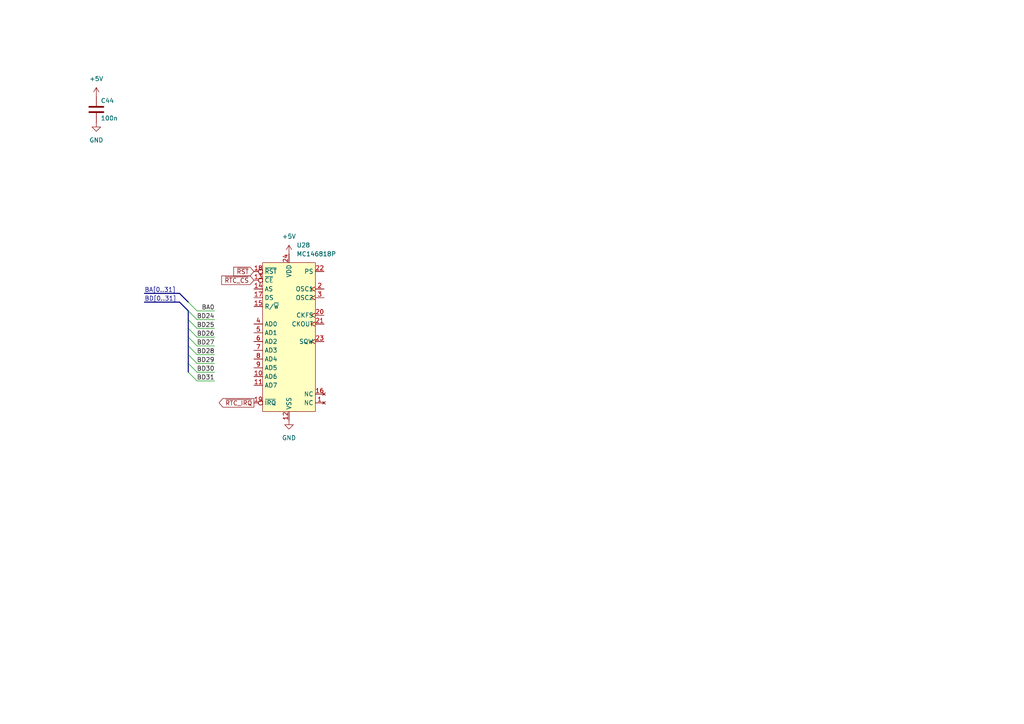
<source format=kicad_sch>
(kicad_sch (version 20230121) (generator eeschema)
  (paper "A4")
  (lib_symbols
    (symbol "Device:C" (pin_numbers hide) (pin_names (offset 0.254))
      (property "Reference" "C" (at 0.635 2.54 0))
      (property "Value" "C" (at 0.635 -2.54 0))
      (symbol "C_0_1"
        (polyline (pts (xy -2.032 -0.762) (xy 2.032 -0.762)) (stroke (width 0.508)))
        (polyline (pts (xy -2.032 0.762) (xy 2.032 0.762)) (stroke (width 0.508)))
      )
      (symbol "C_1_1"
        (pin passive line (at 0 3.81 270) (length 2.794) (name "~") (number "1"))
        (pin passive line (at 0 -3.81 90) (length 2.794) (name "~") (number "2"))
      )
    )
    (symbol "m68k-hbc-ic:MC146818P"
      (property "Reference" "U" (at 0 0 0))
      (property "Value" "MC146818P" (at 0 0 0))
      (symbol "MC146818P_0_0"
        (pin no_connect line (at 10.16 -19.05 180) (length 2.54) (name "NC") (number "1"))
        (pin bidirectional line (at -10.16 -11.43 0) (length 2.54) (name "AD6") (number "10"))
        (pin bidirectional line (at -10.16 -13.97 0) (length 2.54) (name "AD7") (number "11"))
        (pin power_in line (at 0 -24.13 90) (length 2.54) (name "VSS") (number "12"))
        (pin input inverted (at -10.16 16.51 0) (length 2.54) (name "~{CE}") (number "13"))
        (pin input line (at -10.16 13.97 0) (length 2.54) (name "AS") (number "14"))
        (pin input line (at -10.16 8.89 0) (length 2.54) (name "R/~{W}") (number "15"))
        (pin no_connect line (at 10.16 -16.51 180) (length 2.54) (name "NC") (number "16"))
        (pin input line (at -10.16 11.43 0) (length 2.54) (name "DS") (number "17"))
        (pin input inverted (at -10.16 19.05 0) (length 2.54) (name "~{RST}") (number "18"))
        (pin output inverted (at -10.16 -19.05 0) (length 2.54) (name "~{IRQ}") (number "19"))
        (pin input clock (at 10.16 13.97 180) (length 2.54) (name "OSC1") (number "2"))
        (pin input clock (at 10.16 6.35 180) (length 2.54) (name "CKFS") (number "20"))
        (pin output clock (at 10.16 3.81 180) (length 2.54) (name "CKOUT") (number "21"))
        (pin input line (at 10.16 19.05 180) (length 2.54) (name "PS") (number "22"))
        (pin output clock (at 10.16 -1.27 180) (length 2.54) (name "SQW") (number "23"))
        (pin power_in line (at 0 24.13 270) (length 2.54) (name "VDD") (number "24"))
        (pin output clock (at 10.16 11.43 180) (length 2.54) (name "OSC2") (number "3"))
        (pin bidirectional line (at -10.16 3.81 0) (length 2.54) (name "AD0") (number "4"))
        (pin bidirectional line (at -10.16 1.27 0) (length 2.54) (name "AD1") (number "5"))
        (pin bidirectional line (at -10.16 -1.27 0) (length 2.54) (name "AD2") (number "6"))
        (pin bidirectional line (at -10.16 -3.81 0) (length 2.54) (name "AD3") (number "7"))
        (pin bidirectional line (at -10.16 -6.35 0) (length 2.54) (name "AD4") (number "8"))
        (pin bidirectional line (at -10.16 -8.89 0) (length 2.54) (name "AD5") (number "9"))
      )
      (symbol "MC146818P_1_1"
        (rectangle (start -7.62 21.59) (end 7.62 -21.59) (fill (type background)))
      )
    )
    (symbol "power:+5V" (power) (pin_names (offset 0))
      (property "Value" "+5V" (at 0 3.556 0))
      (symbol "+5V_0_1"
        (polyline (pts (xy -0.762 1.27) (xy 0 2.54)))
        (polyline (pts (xy 0 0) (xy 0 2.54)))
        (polyline (pts (xy 0 2.54) (xy 0.762 1.27)))
      )
      (symbol "+5V_1_1"
        (pin power_in line (at 0 0 90) (length 0) hide (name "+5V") (number "1"))
      )
    )
    (symbol "power:GND" (power) (pin_names (offset 0))
      (property "Value" "GND" (at 0 -3.81 0))
      (symbol "GND_0_1"
        (polyline (pts (xy 0 0) (xy 0 -1.27) (xy 1.27 -1.27) (xy 0 -2.54) (xy -1.27 -1.27) (xy 0 -1.27)))
      )
      (symbol "GND_1_1"
        (pin power_in line (at 0 0 270) (length 0) hide (name "GND") (number "1"))
      )
    )
  )
  (bus_entry (at 57.15 97.79) (size -2.54 -2.54))
  (bus_entry (at 57.15 102.87) (size -2.54 -2.54))
  (bus_entry (at 57.15 92.71) (size -2.54 -2.54))
  (bus_entry (at 57.15 95.25) (size -2.54 -2.54))
  (bus_entry (at 57.15 107.95) (size -2.54 -2.54))
  (bus_entry (at 57.15 90.17) (size -2.54 -2.54))
  (bus_entry (at 57.15 105.41) (size -2.54 -2.54))
  (bus_entry (at 57.15 100.33) (size -2.54 -2.54))
  (bus_entry (at 57.15 110.49) (size -2.54 -2.54))
  (bus (pts (xy 54.61 107.95) (xy 54.61 105.41)))
  (wire (pts (xy 57.15 95.25) (xy 62.23 95.25)))
  (bus (pts (xy 52.07 85.09) (xy 41.91 85.09)))
  (bus (pts (xy 52.07 87.63) (xy 41.91 87.63)))
  (wire (pts (xy 57.15 90.17) (xy 62.23 90.17)))
  (bus (pts (xy 52.07 87.63) (xy 54.61 90.17)))
  (bus (pts (xy 54.61 102.87) (xy 54.61 100.33)))
  (wire (pts (xy 57.15 97.79) (xy 62.23 97.79)))
  (wire (pts (xy 57.15 100.33) (xy 62.23 100.33)))
  (wire (pts (xy 57.15 105.41) (xy 62.23 105.41)))
  (bus (pts (xy 54.61 87.63) (xy 52.07 85.09)))
  (bus (pts (xy 54.61 105.41) (xy 54.61 102.87)))
  (bus (pts (xy 54.61 92.71) (xy 54.61 90.17)))
  (bus (pts (xy 54.61 97.79) (xy 54.61 95.25)))
  (wire (pts (xy 57.15 102.87) (xy 62.23 102.87)))
  (bus (pts (xy 54.61 100.33) (xy 54.61 97.79)))
  (wire (pts (xy 57.15 107.95) (xy 62.23 107.95)))
  (bus (pts (xy 54.61 95.25) (xy 54.61 92.71)))
  (wire (pts (xy 57.15 92.71) (xy 62.23 92.71)))
  (wire (pts (xy 57.15 110.49) (xy 62.23 110.49)))
  (label "BA[0..31]" (at 41.91 85.09 0))
  (label "BD25" (at 62.23 95.25 180))
  (label "BD24" (at 62.23 92.71 180))
  (label "BD30" (at 62.23 107.95 180))
  (label "BD[0..31]" (at 41.91 87.63 0))
  (label "BD31" (at 62.23 110.49 180))
  (label "BA0" (at 62.23 90.17 180))
  (label "BD28" (at 62.23 102.87 180))
  (label "BD29" (at 62.23 105.41 180))
  (label "BD27" (at 62.23 100.33 180))
  (label "BD26" (at 62.23 97.79 180))
  (global_label "~{RST}" (shape input) (at 73.66 78.74 180) (property "Intersheetrefs" "${INTERSHEET_REFS}" (effects hide)))
  (global_label "~{RTC_CS}" (shape input) (at 73.66 81.28 180) (property "Intersheetrefs" "${INTERSHEET_REFS}" (effects hide)))
  (global_label "~{RTC_IRQ}" (shape output) (at 73.66 116.84 180) (property "Intersheetrefs" "${INTERSHEET_REFS}" (effects hide)))
  (symbol (lib_id "power:GND") (at 83.82 121.92 0) (unit 1)
    (property "Reference" "#PWR0130" (effects hide))
    (property "Value" "GND" (at 83.82 127 0))
  )
  (symbol (lib_id "power:+5V") (at 83.82 73.66 0) (unit 1)
    (property "Reference" "#PWR0129" (effects hide))
    (property "Value" "+5V" (at 83.82 68.58 0))
  )
  (symbol (lib_id "power:+5V") (at 27.94 27.94 0) (unit 1)
    (property "Reference" "#PWR0127" (effects hide))
    (property "Value" "+5V" (at 27.94 22.86 0))
  )
  (symbol (lib_id "m68k-hbc-ic:MC146818P") (at 83.82 97.79 0) (unit 1)
    (property "Reference" "U28" (at 86.0141 71.12 0) (effects (justify left)))
    (property "Value" "MC146818P" (at 86.0141 73.66 0) (effects (justify left)))
    (property "Footprint" "Package_DIP:DIP-24_W10.16mm" (effects hide))
    (property "Datasheet" "https://www.nxp.com/docs/en/data-sheet/MC146818.pdf" (effects hide))
  )
  (symbol (lib_id "Device:C") (at 27.94 31.75 0) (unit 1)
    (property "Reference" "C44" (at 29.21 29.21 0) (effects (justify left)))
    (property "Value" "100n" (at 29.21 34.29 0) (effects (justify left)))
    (property "Footprint" "Capacitor_THT:C_Disc_D4.3mm_W1.9mm_P5.00mm" (effects hide))
  )
  (symbol (lib_id "power:GND") (at 27.94 35.56 0) (unit 1)
    (property "Reference" "#PWR0128" (effects hide))
    (property "Value" "GND" (at 27.94 40.64 0))
  )
)
</source>
